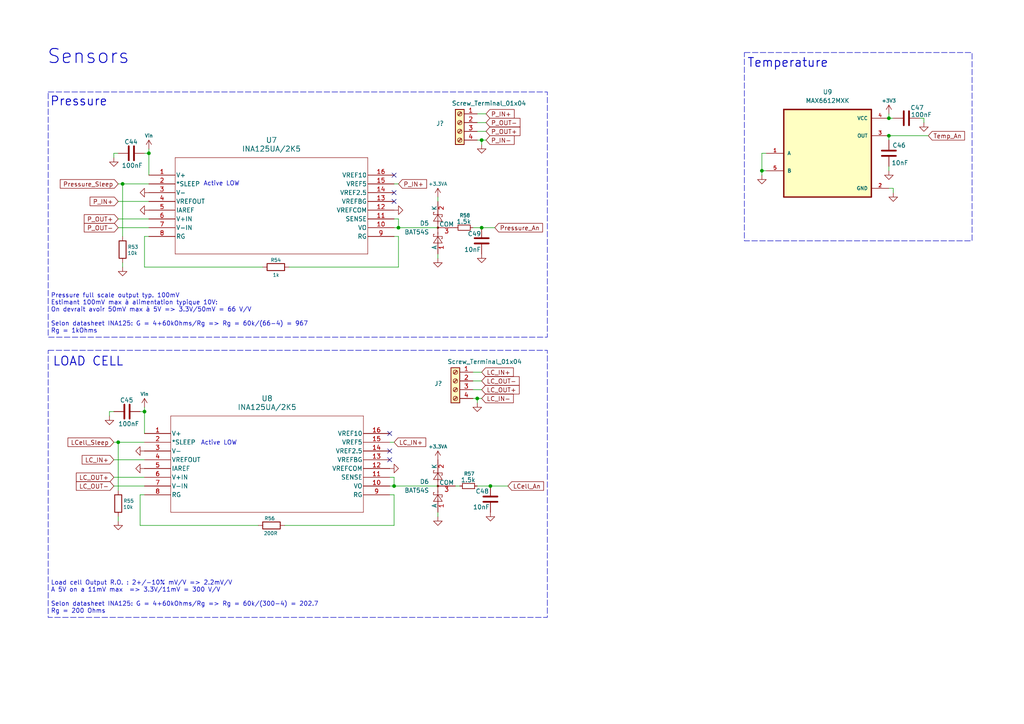
<source format=kicad_sch>
(kicad_sch (version 20250114) (generator "eeschema") (generator_version "9.0")
  (paper "A4")
  (lib_symbols
    (symbol "Connector:Screw_Terminal_01x04" (pin_names (offset 1.016) (hide yes))
      (property "Reference" "J" (at 0 5.08 0))
      (property "Value" "Screw_Terminal_01x04" (at 0 -7.62 0))
      (symbol "Screw_Terminal_01x04_1_1"
        (rectangle (start -1.27 3.81) (end 1.27 -6.35) (stroke (width 0.254)) (fill (type background)))
        (polyline (pts (xy -0.5334 2.8702) (xy 0.3302 2.032)) (stroke (width 0.1524)))
        (polyline (pts (xy -0.5334 0.3302) (xy 0.3302 -0.508)) (stroke (width 0.1524)))
        (polyline (pts (xy -0.5334 -2.2098) (xy 0.3302 -3.048)) (stroke (width 0.1524)))
        (polyline (pts (xy -0.5334 -4.7498) (xy 0.3302 -5.588)) (stroke (width 0.1524)))
        (polyline (pts (xy -0.3556 3.048) (xy 0.508 2.2098)) (stroke (width 0.1524)))
        (polyline (pts (xy -0.3556 0.508) (xy 0.508 -0.3302)) (stroke (width 0.1524)))
        (polyline (pts (xy -0.3556 -2.032) (xy 0.508 -2.8702)) (stroke (width 0.1524)))
        (polyline (pts (xy -0.3556 -4.572) (xy 0.508 -5.4102)) (stroke (width 0.1524)))
        (circle (center 0 2.54) (radius 0.635) (stroke (width 0.1524)))
        (circle (center 0 0) (radius 0.635) (stroke (width 0.1524)))
        (circle (center 0 -2.54) (radius 0.635) (stroke (width 0.1524)))
        (circle (center 0 -5.08) (radius 0.635) (stroke (width 0.1524)))
        (pin passive line (at -5.08 2.54 0) (length 3.81) (name "Pin_1") (number "1"))
        (pin passive line (at -5.08 0 0) (length 3.81) (name "Pin_2") (number "2"))
        (pin passive line (at -5.08 -2.54 0) (length 3.81) (name "Pin_3") (number "3"))
        (pin passive line (at -5.08 -5.08 0) (length 3.81) (name "Pin_4") (number "4"))
      )
    )
    (symbol "Device:C" (pin_numbers (hide yes)) (pin_names (offset 0.254))
      (property "Reference" "C" (at 0.635 2.54 0))
      (property "Value" "C" (at 0.635 -2.54 0))
      (symbol "C_0_1"
        (polyline (pts (xy -2.032 0.762) (xy 2.032 0.762)) (stroke (width 0.508)))
        (polyline (pts (xy -2.032 -0.762) (xy 2.032 -0.762)) (stroke (width 0.508)))
      )
      (symbol "C_1_1"
        (pin passive line (at 0 3.81 270) (length 2.794) (name "~") (number "1"))
        (pin passive line (at 0 -3.81 90) (length 2.794) (name "~") (number "2"))
      )
    )
    (symbol "Device:R" (pin_numbers (hide yes)) (pin_names (offset 0))
      (property "Reference" "R" (at 2.032 0 90))
      (property "Value" "R" (at 0 0 90))
      (symbol "R_0_1"
        (rectangle (start -1.016 -2.54) (end 1.016 2.54) (stroke (width 0.254)))
      )
      (symbol "R_1_1"
        (pin passive line (at 0 3.81 270) (length 1.27) (name "~") (number "1"))
        (pin passive line (at 0 -3.81 90) (length 1.27) (name "~") (number "2"))
      )
    )
    (symbol "Device:R_Small" (pin_numbers (hide yes)) (pin_names (offset 0.254) (hide yes))
      (property "Reference" "R" (at 0 0 90))
      (property "Value" "R_Small" (at 1.778 0 90))
      (symbol "R_Small_0_1"
        (rectangle (start -0.762 1.778) (end 0.762 -1.778) (stroke (width 0.2032)))
      )
      (symbol "R_Small_1_1"
        (pin passive line (at 0 2.54 270) (length 0.762) (name "~") (number "1"))
        (pin passive line (at 0 -2.54 90) (length 0.762) (name "~") (number "2"))
      )
    )
    (symbol "Diode:BAT54S" (pin_names (offset 0))
      (property "Reference" "D" (at 2.54 -5.08 0))
      (property "Value" "BAT54S" (at -6.35 3.175 0))
      (symbol "BAT54S_0_1"
        (polyline (pts (xy -4.445 1.27) (xy -4.445 -1.27) (xy -2.54 0) (xy -4.445 1.27)))
        (polyline (pts (xy -3.81 0) (xy -1.27 0)))
        (polyline (pts (xy -3.175 -1.27) (xy -3.175 -1.016)))
        (polyline (pts (xy -2.54 1.27) (xy -1.905 1.27)))
        (polyline (pts (xy -2.54 -1.27) (xy -3.175 -1.27)))
        (polyline (pts (xy -2.54 -1.27) (xy -2.54 1.27)))
        (polyline (pts (xy -1.905 1.27) (xy -1.905 1.016)))
        (polyline (pts (xy -1.905 0) (xy 1.905 0)))
        (circle (center 0 0) (radius 0.254) (fill (type outline)))
        (polyline (pts (xy 1.27 0) (xy 3.81 0)))
        (polyline (pts (xy 1.905 1.27) (xy 1.905 -1.27) (xy 3.81 0) (xy 1.905 1.27)))
        (polyline (pts (xy 3.175 -1.27) (xy 3.175 -1.016)))
        (polyline (pts (xy 3.81 1.27) (xy 4.445 1.27)))
        (polyline (pts (xy 3.81 -1.27) (xy 3.175 -1.27)))
        (polyline (pts (xy 3.81 -1.27) (xy 3.81 1.27)))
        (polyline (pts (xy 4.445 1.27) (xy 4.445 1.016)))
      )
      (symbol "BAT54S_1_1"
        (pin passive line (at -7.62 0 0) (length 3.81) (name "A") (number "1"))
        (pin passive line (at 0 -5.08 90) (length 5.08) (name "COM") (number "3"))
        (pin passive line (at 7.62 0 180) (length 3.81) (name "K") (number "2"))
      )
    )
    (symbol "MAX6612MXK:MAX6612MXK" (pin_names (offset 1.016))
      (property "Reference" "U" (at -12.7 13.7 0))
      (property "Value" "MAX6612MXK" (at -12.7 -16.7 0))
      (symbol "MAX6612MXK_0_0"
        (rectangle (start -12.7 -12.7) (end 12.7 12.7) (stroke (width 0.41)) (fill (type background)))
        (pin bidirectional line (at -17.78 0 0) (length 5.08) (name "A") (number "1"))
        (pin bidirectional line (at -17.78 -5.08 0) (length 5.08) (name "B") (number "5"))
        (pin power_in line (at 17.78 10.16 180) (length 5.08) (name "VCC") (number "4"))
        (pin output line (at 17.78 5.08 180) (length 5.08) (name "OUT") (number "3"))
        (pin power_in line (at 17.78 -10.16 180) (length 5.08) (name "GND") (number "2"))
      )
    )
    (symbol "pcb_moteur:INA125UA_2K5" (pin_names (offset 0.254))
      (property "Reference" "U" (at 35.56 10.16 0))
      (property "Value" "INA125UA/2K5" (at 35.56 7.62 0))
      (symbol "INA125UA_2K5_0_1"
        (polyline (pts (xy 7.62 5.08) (xy 7.62 -22.86)) (stroke (width 0.127)))
        (polyline (pts (xy 7.62 -22.86) (xy 63.5 -22.86)) (stroke (width 0.127)))
        (polyline (pts (xy 63.5 5.08) (xy 7.62 5.08)) (stroke (width 0.127)))
        (polyline (pts (xy 63.5 -22.86) (xy 63.5 5.08)) (stroke (width 0.127)))
        (pin power_in line (at 0 0 0) (length 7.62) (name "V+") (number "1"))
        (pin unspecified line (at 0 -2.54 0) (length 7.62) (name "*SLEEP") (number "2"))
        (pin power_in line (at 0 -5.08 0) (length 7.62) (name "V-") (number "3"))
        (pin output line (at 0 -7.62 0) (length 7.62) (name "VREFOUT") (number "4"))
        (pin unspecified line (at 0 -10.16 0) (length 7.62) (name "IAREF") (number "5"))
        (pin input line (at 0 -12.7 0) (length 7.62) (name "V+IN") (number "6"))
        (pin input line (at 0 -15.24 0) (length 7.62) (name "V-IN") (number "7"))
        (pin unspecified line (at 0 -17.78 0) (length 7.62) (name "RG") (number "8"))
        (pin power_in line (at 71.12 0 180) (length 7.62) (name "VREF10") (number "16"))
        (pin power_in line (at 71.12 -2.54 180) (length 7.62) (name "VREF5") (number "15"))
        (pin power_in line (at 71.12 -5.08 180) (length 7.62) (name "VREF2.5") (number "14"))
        (pin power_in line (at 71.12 -7.62 180) (length 7.62) (name "VREFBG") (number "13"))
        (pin power_in line (at 71.12 -10.16 180) (length 7.62) (name "VREFCOM") (number "12"))
        (pin unspecified line (at 71.12 -12.7 180) (length 7.62) (name "SENSE") (number "11"))
        (pin output line (at 71.12 -15.24 180) (length 7.62) (name "VO") (number "10"))
        (pin unspecified line (at 71.12 -17.78 180) (length 7.62) (name "RG") (number "9"))
      )
    )
    (symbol "power:+12V" (power) (pin_names (offset 0))
      (property "Value" "+12V" (at 0 3.556 0))
      (symbol "+12V_0_1"
        (polyline (pts (xy -0.762 1.27) (xy 0 2.54)))
        (polyline (pts (xy 0 2.54) (xy 0.762 1.27)))
        (polyline (pts (xy 0 0) (xy 0 2.54)))
      )
      (symbol "+12V_1_1"
        (pin power_in line (at 0 0 90) (length 0) (hide yes) (name "+12V") (number "1"))
      )
    )
    (symbol "power:+3.3VA" (power) (pin_names (offset 0))
      (property "Value" "+3.3VA" (at 0 3.556 0))
      (symbol "+3.3VA_0_1"
        (polyline (pts (xy -0.762 1.27) (xy 0 2.54)))
        (polyline (pts (xy 0 2.54) (xy 0.762 1.27)))
        (polyline (pts (xy 0 0) (xy 0 2.54)))
      )
      (symbol "+3.3VA_1_1"
        (pin power_in line (at 0 0 90) (length 0) (hide yes) (name "+3.3VA") (number "1"))
      )
    )
    (symbol "power:+3V3" (power) (pin_names (offset 0))
      (property "Value" "+3V3" (at 0 3.556 0))
      (symbol "+3V3_0_1"
        (polyline (pts (xy -0.762 1.27) (xy 0 2.54)))
        (polyline (pts (xy 0 2.54) (xy 0.762 1.27)))
        (polyline (pts (xy 0 0) (xy 0 2.54)))
      )
      (symbol "+3V3_1_1"
        (pin power_in line (at 0 0 90) (length 0) (hide yes) (name "+3V3") (number "1"))
      )
    )
    (symbol "power:GND" (power) (pin_names (offset 0))
      (property "Value" "GND" (at 0 -3.81 0))
      (symbol "GND_0_1"
        (polyline (pts (xy 0 0) (xy 0 -1.27) (xy 1.27 -1.27) (xy 0 -2.54) (xy -1.27 -1.27) (xy 0 -1.27)))
      )
      (symbol "GND_1_1"
        (pin power_in line (at 0 0 270) (length 0) (hide yes) (name "GND") (number "1"))
      )
    )
  )
  (rectangle (start 215.9 15.24) (end 281.94 69.85) (stroke (width 0) (type dash)))
  (rectangle (start 13.97 26.67) (end 158.75 97.79) (stroke (width 0) (type dash)))
  (rectangle (start 13.97 101.6) (end 158.75 179.07) (stroke (width 0) (type dash)))
  (text "Temperature" (at 216.662 19.812 0) (effects (font (size 2.54 2.54) (thickness 0.254) (bold yes)) (justify left bottom)))
  (text "Active LOW" (at 64.262 53.34 0) (effects (font (size 1.27 1.27))))
  (text "Active LOW" (at 63.5 128.524 0) (effects (font (size 1.27 1.27))))
  (text "LOAD CELL" (at 15.24 106.426 0) (effects (font (size 2.54 2.54) (thickness 0.254) (bold yes)) (justify left bottom)))
  (text "Load cell Output R.O. : 2+/-10% mV/V => 2.2mV/V\nA 5V on a 11mV max  => 3.3V/11mV = 300 V/V\n\nSelon datasheet INA125: G = 4+60kOhms/Rg => Rg = 60k/(300-4) = 202.7\nRg = 200 Ohms" (at 14.732 173.228 0) (effects (font (size 1.27 1.27)) (justify left)))
  (text "Pressure full scale output typ. 100mV\nEstimant 100mV max à alimentation typique 10V:\nOn devrait avoir 50mV max à 5V => 3.3V/50mV = 66 V/V\n\nSelon datasheet INA125: G = 4+60kOhms/Rg => Rg = 60k/(66-4) = 967\nRg = 1kOhms" (at 14.732 90.932 0) (effects (font (size 1.27 1.27)) (justify left)))
  (text "Pressure" (at 14.478 30.988 0) (effects (font (size 2.54 2.54) (thickness 0.254) (bold yes)) (justify left bottom)))
  (text "Sensors" (at 25.654 16.51 0) (effects (font (size 4.064 4.064) (thickness 0.254) (bold yes))))
  (junction (at 41.91 119.38))
  (junction (at 257.81 34.29))
  (junction (at 35.56 53.34))
  (junction (at 257.81 39.37))
  (junction (at 115.57 66.04))
  (junction (at 138.43 115.57))
  (junction (at 114.3 140.97))
  (junction (at 142.24 140.97))
  (junction (at 220.98 49.53))
  (junction (at 34.29 128.27))
  (junction (at 139.7 66.04))
  (junction (at 139.7 40.64))
  (junction (at 43.18 44.45))
  (no_connect (at 114.3 50.8))
  (no_connect (at 114.3 58.42))
  (no_connect (at 113.03 130.81))
  (no_connect (at 114.3 55.88))
  (no_connect (at 113.03 133.35))
  (no_connect (at 113.03 125.73))
  (wire (pts (xy 115.57 63.5) (xy 115.57 66.04)))
  (wire (pts (xy 41.91 125.73) (xy 41.91 119.38)))
  (wire (pts (xy 114.3 140.97) (xy 113.03 140.97)))
  (wire (pts (xy 257.81 39.37) (xy 269.24 39.37)))
  (wire (pts (xy 220.98 49.53) (xy 222.25 49.53)))
  (wire (pts (xy 139.7 66.04) (xy 143.51 66.04)))
  (wire (pts (xy 127 73.66) (xy 127 74.93)))
  (wire (pts (xy 140.97 35.56) (xy 138.43 35.56)))
  (wire (pts (xy 137.16 115.57) (xy 138.43 115.57)))
  (wire (pts (xy 31.75 119.38) (xy 31.75 120.65)))
  (wire (pts (xy 140.97 33.02) (xy 138.43 33.02)))
  (wire (pts (xy 115.57 53.34) (xy 114.3 53.34)))
  (wire (pts (xy 115.57 77.47) (xy 115.57 68.58)))
  (wire (pts (xy 115.57 63.5) (xy 114.3 63.5)))
  (wire (pts (xy 40.64 152.4) (xy 40.64 143.51)))
  (wire (pts (xy 267.97 35.56) (xy 267.97 34.29)))
  (wire (pts (xy 33.02 140.97) (xy 41.91 140.97)))
  (wire (pts (xy 137.16 66.04) (xy 139.7 66.04)))
  (wire (pts (xy 139.7 107.95) (xy 137.16 107.95)))
  (wire (pts (xy 76.2 77.47) (xy 41.91 77.47)))
  (wire (pts (xy 35.56 53.34) (xy 43.18 53.34)))
  (wire (pts (xy 220.98 44.45) (xy 222.25 44.45)))
  (wire (pts (xy 114.3 128.27) (xy 113.03 128.27)))
  (wire (pts (xy 114.3 138.43) (xy 114.3 140.97)))
  (wire (pts (xy 139.7 41.91) (xy 139.7 40.64)))
  (wire (pts (xy 31.75 119.38) (xy 33.02 119.38)))
  (wire (pts (xy 259.08 34.29) (xy 257.81 34.29)))
  (wire (pts (xy 43.18 44.45) (xy 41.91 44.45)))
  (wire (pts (xy 138.43 140.97) (xy 142.24 140.97)))
  (wire (pts (xy 41.91 119.38) (xy 40.64 119.38)))
  (wire (pts (xy 114.3 140.97) (xy 127 140.97)))
  (wire (pts (xy 74.93 152.4) (xy 40.64 152.4)))
  (wire (pts (xy 33.02 133.35) (xy 41.91 133.35)))
  (wire (pts (xy 257.81 40.64) (xy 257.81 39.37)))
  (wire (pts (xy 267.97 34.29) (xy 266.7 34.29)))
  (wire (pts (xy 140.97 40.64) (xy 139.7 40.64)))
  (wire (pts (xy 41.91 77.47) (xy 41.91 68.58)))
  (wire (pts (xy 35.56 53.34) (xy 35.56 68.58)))
  (wire (pts (xy 140.97 38.1) (xy 138.43 38.1)))
  (wire (pts (xy 115.57 68.58) (xy 114.3 68.58)))
  (wire (pts (xy 220.98 50.8) (xy 220.98 49.53)))
  (wire (pts (xy 127 57.15) (xy 127 58.42)))
  (wire (pts (xy 139.7 110.49) (xy 137.16 110.49)))
  (wire (pts (xy 133.35 140.97) (xy 132.08 140.97)))
  (wire (pts (xy 43.18 50.8) (xy 43.18 44.45)))
  (wire (pts (xy 257.81 33.02) (xy 257.81 34.29)))
  (wire (pts (xy 34.29 63.5) (xy 43.18 63.5)))
  (wire (pts (xy 139.7 113.03) (xy 137.16 113.03)))
  (wire (pts (xy 259.08 54.61) (xy 257.81 54.61)))
  (wire (pts (xy 40.64 143.51) (xy 41.91 143.51)))
  (wire (pts (xy 142.24 140.97) (xy 147.32 140.97)))
  (wire (pts (xy 33.02 128.27) (xy 34.29 128.27)))
  (wire (pts (xy 82.55 152.4) (xy 114.3 152.4)))
  (wire (pts (xy 33.02 44.45) (xy 34.29 44.45)))
  (wire (pts (xy 34.29 53.34) (xy 35.56 53.34)))
  (wire (pts (xy 35.56 76.2) (xy 35.56 77.47)))
  (wire (pts (xy 127 148.59) (xy 127 149.86)))
  (wire (pts (xy 41.91 118.11) (xy 41.91 119.38)))
  (wire (pts (xy 33.02 44.45) (xy 33.02 45.72)))
  (wire (pts (xy 34.29 128.27) (xy 41.91 128.27)))
  (wire (pts (xy 83.82 77.47) (xy 115.57 77.47)))
  (wire (pts (xy 34.29 128.27) (xy 34.29 142.24)))
  (wire (pts (xy 257.81 49.53) (xy 257.81 48.26)))
  (wire (pts (xy 115.57 66.04) (xy 114.3 66.04)))
  (wire (pts (xy 115.57 66.04) (xy 127 66.04)))
  (wire (pts (xy 138.43 116.84) (xy 138.43 115.57)))
  (wire (pts (xy 220.98 44.45) (xy 220.98 49.53)))
  (wire (pts (xy 138.43 40.64) (xy 139.7 40.64)))
  (wire (pts (xy 259.08 54.61) (xy 259.08 55.88)))
  (wire (pts (xy 34.29 66.04) (xy 43.18 66.04)))
  (wire (pts (xy 114.3 138.43) (xy 113.03 138.43)))
  (wire (pts (xy 34.29 149.86) (xy 34.29 151.13)))
  (wire (pts (xy 33.02 138.43) (xy 41.91 138.43)))
  (wire (pts (xy 114.3 152.4) (xy 114.3 143.51)))
  (wire (pts (xy 34.29 58.42) (xy 43.18 58.42)))
  (wire (pts (xy 139.7 115.57) (xy 138.43 115.57)))
  (wire (pts (xy 114.3 143.51) (xy 113.03 143.51)))
  (wire (pts (xy 41.91 68.58) (xy 43.18 68.58)))
  (wire (pts (xy 43.18 43.18) (xy 43.18 44.45)))
  (global_label "P_OUT+" (shape input) (at 140.97 38.1 0) (property "Intersheetrefs" "${INTERSHEET_REFS}" (effects (hide yes))))
  (global_label "LC_OUT-" (shape input) (at 139.7 110.49 0) (property "Intersheetrefs" "${INTERSHEET_REFS}" (effects (hide yes))))
  (global_label "P_OUT+" (shape input) (at 34.29 63.5 180) (property "Intersheetrefs" "${INTERSHEET_REFS}" (effects (hide yes))))
  (global_label "LC_IN+" (shape input) (at 139.7 107.95 0) (property "Intersheetrefs" "${INTERSHEET_REFS}" (effects (hide yes))))
  (global_label "P_IN+" (shape input) (at 34.29 58.42 180) (property "Intersheetrefs" "${INTERSHEET_REFS}" (effects (hide yes))))
  (global_label "P_IN+" (shape input) (at 140.97 33.02 0) (property "Intersheetrefs" "${INTERSHEET_REFS}" (effects (hide yes))))
  (global_label "P_OUT-" (shape input) (at 34.29 66.04 180) (property "Intersheetrefs" "${INTERSHEET_REFS}" (effects (hide yes))))
  (global_label "P_IN+" (shape input) (at 115.57 53.34 0) (property "Intersheetrefs" "${INTERSHEET_REFS}" (effects (hide yes))))
  (global_label "LC_IN-" (shape input) (at 139.7 115.57 0) (property "Intersheetrefs" "${INTERSHEET_REFS}" (effects (hide yes))))
  (global_label "Pressure_Sleep" (shape input) (at 34.29 53.34 180) (property "Intersheetrefs" "${INTERSHEET_REFS}" (effects (hide yes))))
  (global_label "Pressure_An" (shape input) (at 143.51 66.04 0) (property "Intersheetrefs" "${INTERSHEET_REFS}" (effects (hide yes))))
  (global_label "LC_OUT+" (shape input) (at 33.02 138.43 180) (property "Intersheetrefs" "${INTERSHEET_REFS}" (effects (hide yes))))
  (global_label "LCell_Sleep" (shape input) (at 33.02 128.27 180) (property "Intersheetrefs" "${INTERSHEET_REFS}" (effects (hide yes))))
  (global_label "LC_OUT-" (shape input) (at 33.02 140.97 180) (property "Intersheetrefs" "${INTERSHEET_REFS}" (effects (hide yes))))
  (global_label "Temp_An" (shape input) (at 269.24 39.37 0) (property "Intersheetrefs" "${INTERSHEET_REFS}" (effects (hide yes))))
  (global_label "LC_OUT+" (shape input) (at 139.7 113.03 0) (property "Intersheetrefs" "${INTERSHEET_REFS}" (effects (hide yes))))
  (global_label "P_OUT-" (shape input) (at 140.97 35.56 0) (property "Intersheetrefs" "${INTERSHEET_REFS}" (effects (hide yes))))
  (global_label "LCell_An" (shape input) (at 147.32 140.97 0) (property "Intersheetrefs" "${INTERSHEET_REFS}" (effects (hide yes))))
  (global_label "P_IN-" (shape input) (at 140.97 40.64 0) (property "Intersheetrefs" "${INTERSHEET_REFS}" (effects (hide yes))))
  (global_label "LC_IN+" (shape input) (at 114.3 128.27 0) (property "Intersheetrefs" "${INTERSHEET_REFS}" (effects (hide yes))))
  (global_label "LC_IN+" (shape input) (at 33.02 133.35 180) (property "Intersheetrefs" "${INTERSHEET_REFS}" (effects (hide yes))))
  (symbol (lib_id "Device:R") (at 35.56 72.39 0) (unit 1)
    (property "Reference" "R53" (at 40.132 71.628 0) (effects (font (size 1 1)) (justify right)))
    (property "Value" "10k" (at 39.878 73.406 0) (effects (font (size 1 1)) (justify right)))
    (property "Footprint" "Resistor_SMD:R_0805_2012Metric" (effects (hide yes)))
  )
  (symbol (lib_id "Diode:BAT54S") (at 127 66.04 90) (unit 1)
    (property "Reference" "D5" (at 124.46 64.7699 90) (effects (justify left)))
    (property "Value" "BAT54S" (at 124.46 67.3099 90) (effects (justify left)))
    (property "Footprint" "Package_TO_SOT_SMD:SOT-23" (effects (hide yes)))
    (property "Datasheet" "https://www.diodes.com/assets/Datasheets/ds11005.pdf" (effects (hide yes)))
    (property "Description" "Vr 30V, If 200mA, Dual schottky barrier diode, in series, SOT-323" (effects (hide yes)))
  )
  (symbol (lib_id "power:GND") (at 267.97 35.56 0) (unit 1)
    (property "Reference" "#PWR083" (effects (hide yes)))
    (property "Value" "GND" (effects (hide yes)))
  )
  (symbol (lib_id "power:GND") (at 43.18 60.96 270) (unit 1)
    (property "Reference" "#PWR07" (effects (hide yes)))
    (property "Value" "GND" (effects (hide yes)))
  )
  (symbol (lib_id "Diode:BAT54S") (at 127 140.97 90) (unit 1)
    (property "Reference" "D6" (at 124.46 139.6999 90) (effects (justify left)))
    (property "Value" "BAT54S" (at 124.46 142.2399 90) (effects (justify left)))
    (property "Footprint" "Package_TO_SOT_SMD:SOT-23" (effects (hide yes)))
    (property "Datasheet" "https://www.diodes.com/assets/Datasheets/ds11005.pdf" (effects (hide yes)))
    (property "Description" "Vr 30V, If 200mA, Dual schottky barrier diode, in series, SOT-323" (effects (hide yes)))
  )
  (symbol (lib_id "Device:R_Small") (at 135.89 140.97 90) (unit 1)
    (property "Reference" "R57" (at 137.668 137.414 90) (effects (font (size 1.016 1.016)) (justify left)))
    (property "Value" "1.5k" (at 137.922 139.192 90) (effects (justify left)))
    (property "Footprint" "Resistor_SMD:R_0603_1608Metric" (effects (hide yes)))
    (property "Description" "Resistor, small symbol" (effects (hide yes)))
  )
  (symbol (lib_id "power:+3V3") (at 257.81 33.02 0) (unit 1)
    (property "Reference" "#PWR081" (effects (hide yes)))
    (property "Value" "+3V3" (at 257.81 29.21 0) (effects (font (size 1 1))))
  )
  (symbol (lib_id "Device:C") (at 139.7 69.85 0) (unit 1)
    (property "Reference" "C49" (at 135.636 67.818 0) (effects (justify left)))
    (property "Value" "10nF" (at 134.62 72.39 0) (effects (justify left)))
    (property "Footprint" "Capacitor_SMD:C_0805_2012Metric" (effects (hide yes)))
    (property "Description" "Unpolarized capacitor" (effects (hide yes)))
  )
  (symbol (lib_id "pcb_moteur:INA125UA_2K5") (at 43.18 50.8 0) (unit 1)
    (property "Reference" "U7" (at 78.74 40.64 0) (effects (font (size 1.524 1.524))))
    (property "Value" "INA125UA/2K5" (at 78.74 43.18 0) (effects (font (size 1.524 1.524))))
    (property "Footprint" "pcb_moteur:INA125UA_2K5-M" (effects (hide yes)))
    (property "Datasheet" "https://www.ti.com/lit/gpn/ina125" (effects (hide yes)))
  )
  (symbol (lib_id "Device:C") (at 262.89 34.29 90) (unit 1)
    (property "Reference" "C47" (at 267.97 31.242 90) (effects (justify left)))
    (property "Value" "100nF" (at 270.256 33.274 90) (effects (justify left)))
    (property "Footprint" "Capacitor_SMD:C_0805_2012Metric" (effects (hide yes)))
    (property "Description" "Unpolarized capacitor" (effects (hide yes)))
  )
  (symbol (lib_id "power:GND") (at 41.91 130.81 270) (unit 1)
    (property "Reference" "#PWR072" (effects (hide yes)))
    (property "Value" "GND" (effects (hide yes)))
  )
  (symbol (lib_id "power:GND") (at 41.91 135.89 270) (unit 1)
    (property "Reference" "#PWR073" (effects (hide yes)))
    (property "Value" "GND" (effects (hide yes)))
  )
  (symbol (lib_id "power:+3.3VA") (at 127 133.35 0) (unit 1)
    (property "Reference" "#PWR075" (effects (hide yes)))
    (property "Value" "+3.3VA" (at 127 129.54 0) (effects (font (size 1 1))))
  )
  (symbol (lib_id "pcb_moteur:INA125UA_2K5") (at 41.91 125.73 0) (unit 1)
    (property "Reference" "U8" (at 77.47 115.57 0) (effects (font (size 1.524 1.524))))
    (property "Value" "INA125UA/2K5" (at 77.47 118.11 0) (effects (font (size 1.524 1.524))))
    (property "Footprint" "pcb_moteur:INA125UA_2K5-M" (effects (hide yes)))
    (property "Datasheet" "https://www.ti.com/lit/gpn/ina125" (effects (hide yes)))
  )
  (symbol (lib_id "power:GND") (at 127 74.93 0) (unit 1)
    (property "Reference" "#PWR0134" (effects (hide yes)))
    (property "Value" "GND" (effects (hide yes)))
  )
  (symbol (lib_id "power:GND") (at 257.81 49.53 0) (unit 1)
    (property "Reference" "#PWR082" (effects (hide yes)))
    (property "Value" "GND" (effects (hide yes)))
  )
  (symbol (lib_id "Device:C") (at 257.81 44.45 0) (unit 1)
    (property "Reference" "C46" (at 258.826 42.164 0) (effects (justify left)))
    (property "Value" "10nF" (at 258.572 47.244 0) (effects (justify left)))
    (property "Footprint" "Capacitor_SMD:C_0805_2012Metric" (effects (hide yes)))
    (property "Description" "Unpolarized capacitor" (effects (hide yes)))
  )
  (symbol (lib_id "MAX6612MXK:MAX6612MXK") (at 240.03 44.45 0) (unit 1)
    (property "Reference" "U9" (at 240.03 26.67 0))
    (property "Value" "MAX6612MXK" (at 240.03 29.21 0))
    (property "Footprint" "Package_TO_SOT_SMD:SOT-353_SC-70-5" (effects (hide yes)))
    (property "Datasheet" "https://www.digikey.ca/fr/products/detail/analog-devices-inc-maxim-integrated/MAX6612MXK-T/1520357" (effects (hide yes)))
    (property "DigiKey_Part_Number" "MAX6612MXK+TCT-ND" (effects (hide yes)))
    (property "Manufacturer_Part_Number" "MAX6612MXK+T" (effects (hide yes)))
  )
  (symbol (lib_id "power:GND") (at 113.03 135.89 90) (unit 1)
    (property "Reference" "#PWR074" (effects (hide yes)))
    (property "Value" "GND" (effects (hide yes)))
  )
  (symbol (lib_id "power:GND") (at 43.18 55.88 270) (unit 1)
    (property "Reference" "#PWR069" (effects (hide yes)))
    (property "Value" "GND" (effects (hide yes)))
  )
  (symbol (lib_id "Device:C") (at 142.24 144.78 0) (unit 1)
    (property "Reference" "C48" (at 137.922 142.494 0) (effects (justify left)))
    (property "Value" "10nF" (at 137.16 147.066 0) (effects (justify left)))
    (property "Footprint" "Capacitor_SMD:C_0805_2012Metric" (effects (hide yes)))
    (property "Description" "Unpolarized capacitor" (effects (hide yes)))
  )
  (symbol (lib_id "power:GND") (at 35.56 77.47 0) (unit 1)
    (property "Reference" "#PWR0136" (effects (hide yes)))
    (property "Value" "GND" (effects (hide yes)))
  )
  (symbol (lib_id "power:GND") (at 139.7 41.91 0) (unit 1)
    (property "Reference" "#PWR078" (effects (hide yes)))
    (property "Value" "GND" (effects (hide yes)))
  )
  (symbol (lib_id "Device:R") (at 78.74 152.4 270) (unit 1)
    (property "Reference" "R56" (at 79.756 150.368 90) (effects (font (size 1 1)) (justify right)))
    (property "Value" "200R" (at 80.518 154.686 90) (effects (font (size 1 1)) (justify right)))
    (property "Footprint" "Resistor_SMD:R_0805_2012Metric" (effects (hide yes)))
  )
  (symbol (lib_id "power:GND") (at 138.43 116.84 0) (unit 1)
    (property "Reference" "#PWR076" (effects (hide yes)))
    (property "Value" "GND" (effects (hide yes)))
  )
  (symbol (lib_id "power:GND") (at 31.75 120.65 0) (unit 1)
    (property "Reference" "#PWR041" (effects (hide yes)))
    (property "Value" "GND" (effects (hide yes)))
  )
  (symbol (lib_id "power:+12V") (at 43.18 43.18 0) (unit 1)
    (property "Reference" "#PWR050" (effects (hide yes)))
    (property "Value" "Vin" (at 43.18 39.37 0) (effects (font (size 1 1))))
  )
  (symbol (lib_id "power:GND") (at 259.08 55.88 0) (unit 1)
    (property "Reference" "#PWR080" (effects (hide yes)))
    (property "Value" "GND" (effects (hide yes)))
  )
  (symbol (lib_id "power:GND") (at 34.29 151.13 0) (unit 1)
    (property "Reference" "#PWR0135" (effects (hide yes)))
    (property "Value" "GND" (effects (hide yes)))
  )
  (symbol (lib_id "Connector:Screw_Terminal_01x04") (at 132.08 110.49 0) (mirror y) (unit 1)
    (property "Reference" "J?" (at 128.27 111.252 0) (effects (justify left)))
    (property "Value" "Screw_Terminal_01x04" (at 151.384 104.902 0) (effects (justify left)))
    (property "Footprint" "pcb_moteur:CONN_OSTVN04A150_OST" (effects (hide yes)))
    (property "Datasheet" "https://www.digikey.ca/en/products/detail/on-shore-technology-inc/OSTVN04A150/1588864" (effects (hide yes)))
    (property "Description" "4 pin terminal block" (effects (hide yes)))
  )
  (symbol (lib_id "power:+12V") (at 41.91 118.11 0) (unit 1)
    (property "Reference" "#PWR070" (effects (hide yes)))
    (property "Value" "Vin" (at 41.91 114.3 0) (effects (font (size 1 1))))
  )
  (symbol (lib_id "Device:R") (at 34.29 146.05 0) (unit 1)
    (property "Reference" "R55" (at 38.862 145.288 0) (effects (font (size 1 1)) (justify right)))
    (property "Value" "10k" (at 38.608 147.066 0) (effects (font (size 1 1)) (justify right)))
    (property "Footprint" "Resistor_SMD:R_0805_2012Metric" (effects (hide yes)))
  )
  (symbol (lib_id "power:GND") (at 127 149.86 0) (unit 1)
    (property "Reference" "#PWR0132" (effects (hide yes)))
    (property "Value" "GND" (effects (hide yes)))
  )
  (symbol (lib_id "power:GND") (at 220.98 50.8 0) (unit 1)
    (property "Reference" "#PWR079" (effects (hide yes)))
    (property "Value" "GND" (effects (hide yes)))
  )
  (symbol (lib_id "Device:C") (at 38.1 44.45 270) (unit 1)
    (property "Reference" "C44" (at 36.068 41.148 90) (effects (justify left)))
    (property "Value" "100nF" (at 35.306 48.006 90) (effects (justify left)))
    (property "Footprint" "Capacitor_SMD:C_0805_2012Metric" (effects (hide yes)))
    (property "Description" "Unpolarized capacitor" (effects (hide yes)))
  )
  (symbol (lib_id "power:GND") (at 33.02 45.72 0) (unit 1)
    (property "Reference" "#PWR068" (effects (hide yes)))
    (property "Value" "GND" (effects (hide yes)))
  )
  (symbol (lib_id "power:GND") (at 139.7 73.66 0) (unit 1)
    (property "Reference" "#PWR0139" (effects (hide yes)))
    (property "Value" "GND" (effects (hide yes)))
  )
  (symbol (lib_id "power:+3.3VA") (at 127 57.15 0) (unit 1)
    (property "Reference" "#PWR039" (effects (hide yes)))
    (property "Value" "+3.3VA" (at 127 53.34 0) (effects (font (size 1 1))))
  )
  (symbol (lib_id "Device:R_Small") (at 134.62 66.04 90) (unit 1)
    (property "Reference" "R58" (at 136.398 62.484 90) (effects (font (size 1.016 1.016)) (justify left)))
    (property "Value" "1.5k" (at 136.652 64.262 90) (effects (justify left)))
    (property "Footprint" "Resistor_SMD:R_0603_1608Metric" (effects (hide yes)))
    (property "Description" "Resistor, small symbol" (effects (hide yes)))
  )
  (symbol (lib_id "Device:R") (at 80.01 77.47 270) (unit 1)
    (property "Reference" "R54" (at 81.534 75.438 90) (effects (font (size 1 1)) (justify right)))
    (property "Value" "1k" (at 81.026 79.756 90) (effects (font (size 1 1)) (justify right)))
    (property "Footprint" "Resistor_SMD:R_0805_2012Metric" (effects (hide yes)))
  )
  (symbol (lib_id "power:GND") (at 142.24 148.59 0) (unit 1)
    (property "Reference" "#PWR0138" (effects (hide yes)))
    (property "Value" "GND" (effects (hide yes)))
  )
  (symbol (lib_id "power:GND") (at 114.3 60.96 90) (unit 1)
    (property "Reference" "#PWR037" (effects (hide yes)))
    (property "Value" "GND" (effects (hide yes)))
  )
  (symbol (lib_id "Connector:Screw_Terminal_01x04") (at 133.35 35.56 0) (mirror y) (unit 1)
    (property "Reference" "J?" (at 128.778 35.814 0) (effects (justify left)))
    (property "Value" "Screw_Terminal_01x04" (at 152.654 29.972 0) (effects (justify left)))
    (property "Footprint" "pcb_moteur:CONN_OSTVN04A150_OST" (effects (hide yes)))
    (property "Datasheet" "https://www.digikey.ca/en/products/detail/on-shore-technology-inc/OSTVN04A150/1588864" (effects (hide yes)))
    (property "Description" "4 Pin terminal block" (effects (hide yes)))
  )
  (symbol (lib_id "Device:C") (at 36.83 119.38 270) (unit 1)
    (property "Reference" "C45" (at 34.798 116.078 90) (effects (justify left)))
    (property "Value" "100nF" (at 34.29 122.936 90) (effects (justify left)))
    (property "Footprint" "Capacitor_SMD:C_0805_2012Metric" (effects (hide yes)))
    (property "Description" "Unpolarized capacitor" (effects (hide yes)))
  )
)
</source>
